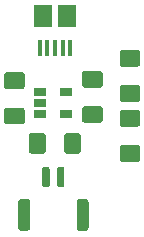
<source format=gbr>
G04 #@! TF.GenerationSoftware,KiCad,Pcbnew,(5.1.5)-3*
G04 #@! TF.CreationDate,2020-11-15T11:03:40+01:00*
G04 #@! TF.ProjectId,Battery Charger,42617474-6572-4792-9043-686172676572,rev?*
G04 #@! TF.SameCoordinates,Original*
G04 #@! TF.FileFunction,Paste,Top*
G04 #@! TF.FilePolarity,Positive*
%FSLAX46Y46*%
G04 Gerber Fmt 4.6, Leading zero omitted, Abs format (unit mm)*
G04 Created by KiCad (PCBNEW (5.1.5)-3) date 2020-11-15 11:03:40*
%MOMM*%
%LPD*%
G04 APERTURE LIST*
%ADD10R,1.500000X1.900000*%
%ADD11R,0.400000X1.350000*%
%ADD12R,1.060000X0.650000*%
%ADD13C,0.100000*%
G04 APERTURE END LIST*
D10*
X76438000Y-79407500D03*
D11*
X75438000Y-82107500D03*
X74788000Y-82107500D03*
X74138000Y-82107500D03*
X76738000Y-82107500D03*
X76088000Y-82107500D03*
D10*
X74438000Y-79407500D03*
D12*
X76411000Y-85791000D03*
X76411000Y-87691000D03*
X74211000Y-87691000D03*
X74211000Y-86741000D03*
X74211000Y-85791000D03*
D13*
G36*
X72658504Y-87136204D02*
G01*
X72682773Y-87139804D01*
X72706571Y-87145765D01*
X72729671Y-87154030D01*
X72751849Y-87164520D01*
X72772893Y-87177133D01*
X72792598Y-87191747D01*
X72810777Y-87208223D01*
X72827253Y-87226402D01*
X72841867Y-87246107D01*
X72854480Y-87267151D01*
X72864970Y-87289329D01*
X72873235Y-87312429D01*
X72879196Y-87336227D01*
X72882796Y-87360496D01*
X72884000Y-87385000D01*
X72884000Y-88310000D01*
X72882796Y-88334504D01*
X72879196Y-88358773D01*
X72873235Y-88382571D01*
X72864970Y-88405671D01*
X72854480Y-88427849D01*
X72841867Y-88448893D01*
X72827253Y-88468598D01*
X72810777Y-88486777D01*
X72792598Y-88503253D01*
X72772893Y-88517867D01*
X72751849Y-88530480D01*
X72729671Y-88540970D01*
X72706571Y-88549235D01*
X72682773Y-88555196D01*
X72658504Y-88558796D01*
X72634000Y-88560000D01*
X71384000Y-88560000D01*
X71359496Y-88558796D01*
X71335227Y-88555196D01*
X71311429Y-88549235D01*
X71288329Y-88540970D01*
X71266151Y-88530480D01*
X71245107Y-88517867D01*
X71225402Y-88503253D01*
X71207223Y-88486777D01*
X71190747Y-88468598D01*
X71176133Y-88448893D01*
X71163520Y-88427849D01*
X71153030Y-88405671D01*
X71144765Y-88382571D01*
X71138804Y-88358773D01*
X71135204Y-88334504D01*
X71134000Y-88310000D01*
X71134000Y-87385000D01*
X71135204Y-87360496D01*
X71138804Y-87336227D01*
X71144765Y-87312429D01*
X71153030Y-87289329D01*
X71163520Y-87267151D01*
X71176133Y-87246107D01*
X71190747Y-87226402D01*
X71207223Y-87208223D01*
X71225402Y-87191747D01*
X71245107Y-87177133D01*
X71266151Y-87164520D01*
X71288329Y-87154030D01*
X71311429Y-87145765D01*
X71335227Y-87139804D01*
X71359496Y-87136204D01*
X71384000Y-87135000D01*
X72634000Y-87135000D01*
X72658504Y-87136204D01*
G37*
G36*
X72658504Y-84161204D02*
G01*
X72682773Y-84164804D01*
X72706571Y-84170765D01*
X72729671Y-84179030D01*
X72751849Y-84189520D01*
X72772893Y-84202133D01*
X72792598Y-84216747D01*
X72810777Y-84233223D01*
X72827253Y-84251402D01*
X72841867Y-84271107D01*
X72854480Y-84292151D01*
X72864970Y-84314329D01*
X72873235Y-84337429D01*
X72879196Y-84361227D01*
X72882796Y-84385496D01*
X72884000Y-84410000D01*
X72884000Y-85335000D01*
X72882796Y-85359504D01*
X72879196Y-85383773D01*
X72873235Y-85407571D01*
X72864970Y-85430671D01*
X72854480Y-85452849D01*
X72841867Y-85473893D01*
X72827253Y-85493598D01*
X72810777Y-85511777D01*
X72792598Y-85528253D01*
X72772893Y-85542867D01*
X72751849Y-85555480D01*
X72729671Y-85565970D01*
X72706571Y-85574235D01*
X72682773Y-85580196D01*
X72658504Y-85583796D01*
X72634000Y-85585000D01*
X71384000Y-85585000D01*
X71359496Y-85583796D01*
X71335227Y-85580196D01*
X71311429Y-85574235D01*
X71288329Y-85565970D01*
X71266151Y-85555480D01*
X71245107Y-85542867D01*
X71225402Y-85528253D01*
X71207223Y-85511777D01*
X71190747Y-85493598D01*
X71176133Y-85473893D01*
X71163520Y-85452849D01*
X71153030Y-85430671D01*
X71144765Y-85407571D01*
X71138804Y-85383773D01*
X71135204Y-85359504D01*
X71134000Y-85335000D01*
X71134000Y-84410000D01*
X71135204Y-84385496D01*
X71138804Y-84361227D01*
X71144765Y-84337429D01*
X71153030Y-84314329D01*
X71163520Y-84292151D01*
X71176133Y-84271107D01*
X71190747Y-84251402D01*
X71207223Y-84233223D01*
X71225402Y-84216747D01*
X71245107Y-84202133D01*
X71266151Y-84189520D01*
X71288329Y-84179030D01*
X71311429Y-84170765D01*
X71335227Y-84164804D01*
X71359496Y-84161204D01*
X71384000Y-84160000D01*
X72634000Y-84160000D01*
X72658504Y-84161204D01*
G37*
G36*
X82437504Y-82256204D02*
G01*
X82461773Y-82259804D01*
X82485571Y-82265765D01*
X82508671Y-82274030D01*
X82530849Y-82284520D01*
X82551893Y-82297133D01*
X82571598Y-82311747D01*
X82589777Y-82328223D01*
X82606253Y-82346402D01*
X82620867Y-82366107D01*
X82633480Y-82387151D01*
X82643970Y-82409329D01*
X82652235Y-82432429D01*
X82658196Y-82456227D01*
X82661796Y-82480496D01*
X82663000Y-82505000D01*
X82663000Y-83430000D01*
X82661796Y-83454504D01*
X82658196Y-83478773D01*
X82652235Y-83502571D01*
X82643970Y-83525671D01*
X82633480Y-83547849D01*
X82620867Y-83568893D01*
X82606253Y-83588598D01*
X82589777Y-83606777D01*
X82571598Y-83623253D01*
X82551893Y-83637867D01*
X82530849Y-83650480D01*
X82508671Y-83660970D01*
X82485571Y-83669235D01*
X82461773Y-83675196D01*
X82437504Y-83678796D01*
X82413000Y-83680000D01*
X81163000Y-83680000D01*
X81138496Y-83678796D01*
X81114227Y-83675196D01*
X81090429Y-83669235D01*
X81067329Y-83660970D01*
X81045151Y-83650480D01*
X81024107Y-83637867D01*
X81004402Y-83623253D01*
X80986223Y-83606777D01*
X80969747Y-83588598D01*
X80955133Y-83568893D01*
X80942520Y-83547849D01*
X80932030Y-83525671D01*
X80923765Y-83502571D01*
X80917804Y-83478773D01*
X80914204Y-83454504D01*
X80913000Y-83430000D01*
X80913000Y-82505000D01*
X80914204Y-82480496D01*
X80917804Y-82456227D01*
X80923765Y-82432429D01*
X80932030Y-82409329D01*
X80942520Y-82387151D01*
X80955133Y-82366107D01*
X80969747Y-82346402D01*
X80986223Y-82328223D01*
X81004402Y-82311747D01*
X81024107Y-82297133D01*
X81045151Y-82284520D01*
X81067329Y-82274030D01*
X81090429Y-82265765D01*
X81114227Y-82259804D01*
X81138496Y-82256204D01*
X81163000Y-82255000D01*
X82413000Y-82255000D01*
X82437504Y-82256204D01*
G37*
G36*
X82437504Y-85231204D02*
G01*
X82461773Y-85234804D01*
X82485571Y-85240765D01*
X82508671Y-85249030D01*
X82530849Y-85259520D01*
X82551893Y-85272133D01*
X82571598Y-85286747D01*
X82589777Y-85303223D01*
X82606253Y-85321402D01*
X82620867Y-85341107D01*
X82633480Y-85362151D01*
X82643970Y-85384329D01*
X82652235Y-85407429D01*
X82658196Y-85431227D01*
X82661796Y-85455496D01*
X82663000Y-85480000D01*
X82663000Y-86405000D01*
X82661796Y-86429504D01*
X82658196Y-86453773D01*
X82652235Y-86477571D01*
X82643970Y-86500671D01*
X82633480Y-86522849D01*
X82620867Y-86543893D01*
X82606253Y-86563598D01*
X82589777Y-86581777D01*
X82571598Y-86598253D01*
X82551893Y-86612867D01*
X82530849Y-86625480D01*
X82508671Y-86635970D01*
X82485571Y-86644235D01*
X82461773Y-86650196D01*
X82437504Y-86653796D01*
X82413000Y-86655000D01*
X81163000Y-86655000D01*
X81138496Y-86653796D01*
X81114227Y-86650196D01*
X81090429Y-86644235D01*
X81067329Y-86635970D01*
X81045151Y-86625480D01*
X81024107Y-86612867D01*
X81004402Y-86598253D01*
X80986223Y-86581777D01*
X80969747Y-86563598D01*
X80955133Y-86543893D01*
X80942520Y-86522849D01*
X80932030Y-86500671D01*
X80923765Y-86477571D01*
X80917804Y-86453773D01*
X80914204Y-86429504D01*
X80913000Y-86405000D01*
X80913000Y-85480000D01*
X80914204Y-85455496D01*
X80917804Y-85431227D01*
X80923765Y-85407429D01*
X80932030Y-85384329D01*
X80942520Y-85362151D01*
X80955133Y-85341107D01*
X80969747Y-85321402D01*
X80986223Y-85303223D01*
X81004402Y-85286747D01*
X81024107Y-85272133D01*
X81045151Y-85259520D01*
X81067329Y-85249030D01*
X81090429Y-85240765D01*
X81114227Y-85234804D01*
X81138496Y-85231204D01*
X81163000Y-85230000D01*
X82413000Y-85230000D01*
X82437504Y-85231204D01*
G37*
G36*
X78060504Y-94870204D02*
G01*
X78084773Y-94873804D01*
X78108571Y-94879765D01*
X78131671Y-94888030D01*
X78153849Y-94898520D01*
X78174893Y-94911133D01*
X78194598Y-94925747D01*
X78212777Y-94942223D01*
X78229253Y-94960402D01*
X78243867Y-94980107D01*
X78256480Y-95001151D01*
X78266970Y-95023329D01*
X78275235Y-95046429D01*
X78281196Y-95070227D01*
X78284796Y-95094496D01*
X78286000Y-95119000D01*
X78286000Y-97319000D01*
X78284796Y-97343504D01*
X78281196Y-97367773D01*
X78275235Y-97391571D01*
X78266970Y-97414671D01*
X78256480Y-97436849D01*
X78243867Y-97457893D01*
X78229253Y-97477598D01*
X78212777Y-97495777D01*
X78194598Y-97512253D01*
X78174893Y-97526867D01*
X78153849Y-97539480D01*
X78131671Y-97549970D01*
X78108571Y-97558235D01*
X78084773Y-97564196D01*
X78060504Y-97567796D01*
X78036000Y-97569000D01*
X77536000Y-97569000D01*
X77511496Y-97567796D01*
X77487227Y-97564196D01*
X77463429Y-97558235D01*
X77440329Y-97549970D01*
X77418151Y-97539480D01*
X77397107Y-97526867D01*
X77377402Y-97512253D01*
X77359223Y-97495777D01*
X77342747Y-97477598D01*
X77328133Y-97457893D01*
X77315520Y-97436849D01*
X77305030Y-97414671D01*
X77296765Y-97391571D01*
X77290804Y-97367773D01*
X77287204Y-97343504D01*
X77286000Y-97319000D01*
X77286000Y-95119000D01*
X77287204Y-95094496D01*
X77290804Y-95070227D01*
X77296765Y-95046429D01*
X77305030Y-95023329D01*
X77315520Y-95001151D01*
X77328133Y-94980107D01*
X77342747Y-94960402D01*
X77359223Y-94942223D01*
X77377402Y-94925747D01*
X77397107Y-94911133D01*
X77418151Y-94898520D01*
X77440329Y-94888030D01*
X77463429Y-94879765D01*
X77487227Y-94873804D01*
X77511496Y-94870204D01*
X77536000Y-94869000D01*
X78036000Y-94869000D01*
X78060504Y-94870204D01*
G37*
G36*
X73110504Y-94870204D02*
G01*
X73134773Y-94873804D01*
X73158571Y-94879765D01*
X73181671Y-94888030D01*
X73203849Y-94898520D01*
X73224893Y-94911133D01*
X73244598Y-94925747D01*
X73262777Y-94942223D01*
X73279253Y-94960402D01*
X73293867Y-94980107D01*
X73306480Y-95001151D01*
X73316970Y-95023329D01*
X73325235Y-95046429D01*
X73331196Y-95070227D01*
X73334796Y-95094496D01*
X73336000Y-95119000D01*
X73336000Y-97319000D01*
X73334796Y-97343504D01*
X73331196Y-97367773D01*
X73325235Y-97391571D01*
X73316970Y-97414671D01*
X73306480Y-97436849D01*
X73293867Y-97457893D01*
X73279253Y-97477598D01*
X73262777Y-97495777D01*
X73244598Y-97512253D01*
X73224893Y-97526867D01*
X73203849Y-97539480D01*
X73181671Y-97549970D01*
X73158571Y-97558235D01*
X73134773Y-97564196D01*
X73110504Y-97567796D01*
X73086000Y-97569000D01*
X72586000Y-97569000D01*
X72561496Y-97567796D01*
X72537227Y-97564196D01*
X72513429Y-97558235D01*
X72490329Y-97549970D01*
X72468151Y-97539480D01*
X72447107Y-97526867D01*
X72427402Y-97512253D01*
X72409223Y-97495777D01*
X72392747Y-97477598D01*
X72378133Y-97457893D01*
X72365520Y-97436849D01*
X72355030Y-97414671D01*
X72346765Y-97391571D01*
X72340804Y-97367773D01*
X72337204Y-97343504D01*
X72336000Y-97319000D01*
X72336000Y-95119000D01*
X72337204Y-95094496D01*
X72340804Y-95070227D01*
X72346765Y-95046429D01*
X72355030Y-95023329D01*
X72365520Y-95001151D01*
X72378133Y-94980107D01*
X72392747Y-94960402D01*
X72409223Y-94942223D01*
X72427402Y-94925747D01*
X72447107Y-94911133D01*
X72468151Y-94898520D01*
X72490329Y-94888030D01*
X72513429Y-94879765D01*
X72537227Y-94873804D01*
X72561496Y-94870204D01*
X72586000Y-94869000D01*
X73086000Y-94869000D01*
X73110504Y-94870204D01*
G37*
G36*
X76100703Y-92169722D02*
G01*
X76115264Y-92171882D01*
X76129543Y-92175459D01*
X76143403Y-92180418D01*
X76156710Y-92186712D01*
X76169336Y-92194280D01*
X76181159Y-92203048D01*
X76192066Y-92212934D01*
X76201952Y-92223841D01*
X76210720Y-92235664D01*
X76218288Y-92248290D01*
X76224582Y-92261597D01*
X76229541Y-92275457D01*
X76233118Y-92289736D01*
X76235278Y-92304297D01*
X76236000Y-92319000D01*
X76236000Y-93719000D01*
X76235278Y-93733703D01*
X76233118Y-93748264D01*
X76229541Y-93762543D01*
X76224582Y-93776403D01*
X76218288Y-93789710D01*
X76210720Y-93802336D01*
X76201952Y-93814159D01*
X76192066Y-93825066D01*
X76181159Y-93834952D01*
X76169336Y-93843720D01*
X76156710Y-93851288D01*
X76143403Y-93857582D01*
X76129543Y-93862541D01*
X76115264Y-93866118D01*
X76100703Y-93868278D01*
X76086000Y-93869000D01*
X75786000Y-93869000D01*
X75771297Y-93868278D01*
X75756736Y-93866118D01*
X75742457Y-93862541D01*
X75728597Y-93857582D01*
X75715290Y-93851288D01*
X75702664Y-93843720D01*
X75690841Y-93834952D01*
X75679934Y-93825066D01*
X75670048Y-93814159D01*
X75661280Y-93802336D01*
X75653712Y-93789710D01*
X75647418Y-93776403D01*
X75642459Y-93762543D01*
X75638882Y-93748264D01*
X75636722Y-93733703D01*
X75636000Y-93719000D01*
X75636000Y-92319000D01*
X75636722Y-92304297D01*
X75638882Y-92289736D01*
X75642459Y-92275457D01*
X75647418Y-92261597D01*
X75653712Y-92248290D01*
X75661280Y-92235664D01*
X75670048Y-92223841D01*
X75679934Y-92212934D01*
X75690841Y-92203048D01*
X75702664Y-92194280D01*
X75715290Y-92186712D01*
X75728597Y-92180418D01*
X75742457Y-92175459D01*
X75756736Y-92171882D01*
X75771297Y-92169722D01*
X75786000Y-92169000D01*
X76086000Y-92169000D01*
X76100703Y-92169722D01*
G37*
G36*
X74850703Y-92169722D02*
G01*
X74865264Y-92171882D01*
X74879543Y-92175459D01*
X74893403Y-92180418D01*
X74906710Y-92186712D01*
X74919336Y-92194280D01*
X74931159Y-92203048D01*
X74942066Y-92212934D01*
X74951952Y-92223841D01*
X74960720Y-92235664D01*
X74968288Y-92248290D01*
X74974582Y-92261597D01*
X74979541Y-92275457D01*
X74983118Y-92289736D01*
X74985278Y-92304297D01*
X74986000Y-92319000D01*
X74986000Y-93719000D01*
X74985278Y-93733703D01*
X74983118Y-93748264D01*
X74979541Y-93762543D01*
X74974582Y-93776403D01*
X74968288Y-93789710D01*
X74960720Y-93802336D01*
X74951952Y-93814159D01*
X74942066Y-93825066D01*
X74931159Y-93834952D01*
X74919336Y-93843720D01*
X74906710Y-93851288D01*
X74893403Y-93857582D01*
X74879543Y-93862541D01*
X74865264Y-93866118D01*
X74850703Y-93868278D01*
X74836000Y-93869000D01*
X74536000Y-93869000D01*
X74521297Y-93868278D01*
X74506736Y-93866118D01*
X74492457Y-93862541D01*
X74478597Y-93857582D01*
X74465290Y-93851288D01*
X74452664Y-93843720D01*
X74440841Y-93834952D01*
X74429934Y-93825066D01*
X74420048Y-93814159D01*
X74411280Y-93802336D01*
X74403712Y-93789710D01*
X74397418Y-93776403D01*
X74392459Y-93762543D01*
X74388882Y-93748264D01*
X74386722Y-93733703D01*
X74386000Y-93719000D01*
X74386000Y-92319000D01*
X74386722Y-92304297D01*
X74388882Y-92289736D01*
X74392459Y-92275457D01*
X74397418Y-92261597D01*
X74403712Y-92248290D01*
X74411280Y-92235664D01*
X74420048Y-92223841D01*
X74429934Y-92212934D01*
X74440841Y-92203048D01*
X74452664Y-92194280D01*
X74465290Y-92186712D01*
X74478597Y-92180418D01*
X74492457Y-92175459D01*
X74506736Y-92171882D01*
X74521297Y-92169722D01*
X74536000Y-92169000D01*
X74836000Y-92169000D01*
X74850703Y-92169722D01*
G37*
G36*
X82437504Y-90311204D02*
G01*
X82461773Y-90314804D01*
X82485571Y-90320765D01*
X82508671Y-90329030D01*
X82530849Y-90339520D01*
X82551893Y-90352133D01*
X82571598Y-90366747D01*
X82589777Y-90383223D01*
X82606253Y-90401402D01*
X82620867Y-90421107D01*
X82633480Y-90442151D01*
X82643970Y-90464329D01*
X82652235Y-90487429D01*
X82658196Y-90511227D01*
X82661796Y-90535496D01*
X82663000Y-90560000D01*
X82663000Y-91485000D01*
X82661796Y-91509504D01*
X82658196Y-91533773D01*
X82652235Y-91557571D01*
X82643970Y-91580671D01*
X82633480Y-91602849D01*
X82620867Y-91623893D01*
X82606253Y-91643598D01*
X82589777Y-91661777D01*
X82571598Y-91678253D01*
X82551893Y-91692867D01*
X82530849Y-91705480D01*
X82508671Y-91715970D01*
X82485571Y-91724235D01*
X82461773Y-91730196D01*
X82437504Y-91733796D01*
X82413000Y-91735000D01*
X81163000Y-91735000D01*
X81138496Y-91733796D01*
X81114227Y-91730196D01*
X81090429Y-91724235D01*
X81067329Y-91715970D01*
X81045151Y-91705480D01*
X81024107Y-91692867D01*
X81004402Y-91678253D01*
X80986223Y-91661777D01*
X80969747Y-91643598D01*
X80955133Y-91623893D01*
X80942520Y-91602849D01*
X80932030Y-91580671D01*
X80923765Y-91557571D01*
X80917804Y-91533773D01*
X80914204Y-91509504D01*
X80913000Y-91485000D01*
X80913000Y-90560000D01*
X80914204Y-90535496D01*
X80917804Y-90511227D01*
X80923765Y-90487429D01*
X80932030Y-90464329D01*
X80942520Y-90442151D01*
X80955133Y-90421107D01*
X80969747Y-90401402D01*
X80986223Y-90383223D01*
X81004402Y-90366747D01*
X81024107Y-90352133D01*
X81045151Y-90339520D01*
X81067329Y-90329030D01*
X81090429Y-90320765D01*
X81114227Y-90314804D01*
X81138496Y-90311204D01*
X81163000Y-90310000D01*
X82413000Y-90310000D01*
X82437504Y-90311204D01*
G37*
G36*
X82437504Y-87336204D02*
G01*
X82461773Y-87339804D01*
X82485571Y-87345765D01*
X82508671Y-87354030D01*
X82530849Y-87364520D01*
X82551893Y-87377133D01*
X82571598Y-87391747D01*
X82589777Y-87408223D01*
X82606253Y-87426402D01*
X82620867Y-87446107D01*
X82633480Y-87467151D01*
X82643970Y-87489329D01*
X82652235Y-87512429D01*
X82658196Y-87536227D01*
X82661796Y-87560496D01*
X82663000Y-87585000D01*
X82663000Y-88510000D01*
X82661796Y-88534504D01*
X82658196Y-88558773D01*
X82652235Y-88582571D01*
X82643970Y-88605671D01*
X82633480Y-88627849D01*
X82620867Y-88648893D01*
X82606253Y-88668598D01*
X82589777Y-88686777D01*
X82571598Y-88703253D01*
X82551893Y-88717867D01*
X82530849Y-88730480D01*
X82508671Y-88740970D01*
X82485571Y-88749235D01*
X82461773Y-88755196D01*
X82437504Y-88758796D01*
X82413000Y-88760000D01*
X81163000Y-88760000D01*
X81138496Y-88758796D01*
X81114227Y-88755196D01*
X81090429Y-88749235D01*
X81067329Y-88740970D01*
X81045151Y-88730480D01*
X81024107Y-88717867D01*
X81004402Y-88703253D01*
X80986223Y-88686777D01*
X80969747Y-88668598D01*
X80955133Y-88648893D01*
X80942520Y-88627849D01*
X80932030Y-88605671D01*
X80923765Y-88582571D01*
X80917804Y-88558773D01*
X80914204Y-88534504D01*
X80913000Y-88510000D01*
X80913000Y-87585000D01*
X80914204Y-87560496D01*
X80917804Y-87536227D01*
X80923765Y-87512429D01*
X80932030Y-87489329D01*
X80942520Y-87467151D01*
X80955133Y-87446107D01*
X80969747Y-87426402D01*
X80986223Y-87408223D01*
X81004402Y-87391747D01*
X81024107Y-87377133D01*
X81045151Y-87364520D01*
X81067329Y-87354030D01*
X81090429Y-87345765D01*
X81114227Y-87339804D01*
X81138496Y-87336204D01*
X81163000Y-87335000D01*
X82413000Y-87335000D01*
X82437504Y-87336204D01*
G37*
G36*
X77412504Y-89296204D02*
G01*
X77436773Y-89299804D01*
X77460571Y-89305765D01*
X77483671Y-89314030D01*
X77505849Y-89324520D01*
X77526893Y-89337133D01*
X77546598Y-89351747D01*
X77564777Y-89368223D01*
X77581253Y-89386402D01*
X77595867Y-89406107D01*
X77608480Y-89427151D01*
X77618970Y-89449329D01*
X77627235Y-89472429D01*
X77633196Y-89496227D01*
X77636796Y-89520496D01*
X77638000Y-89545000D01*
X77638000Y-90795000D01*
X77636796Y-90819504D01*
X77633196Y-90843773D01*
X77627235Y-90867571D01*
X77618970Y-90890671D01*
X77608480Y-90912849D01*
X77595867Y-90933893D01*
X77581253Y-90953598D01*
X77564777Y-90971777D01*
X77546598Y-90988253D01*
X77526893Y-91002867D01*
X77505849Y-91015480D01*
X77483671Y-91025970D01*
X77460571Y-91034235D01*
X77436773Y-91040196D01*
X77412504Y-91043796D01*
X77388000Y-91045000D01*
X76463000Y-91045000D01*
X76438496Y-91043796D01*
X76414227Y-91040196D01*
X76390429Y-91034235D01*
X76367329Y-91025970D01*
X76345151Y-91015480D01*
X76324107Y-91002867D01*
X76304402Y-90988253D01*
X76286223Y-90971777D01*
X76269747Y-90953598D01*
X76255133Y-90933893D01*
X76242520Y-90912849D01*
X76232030Y-90890671D01*
X76223765Y-90867571D01*
X76217804Y-90843773D01*
X76214204Y-90819504D01*
X76213000Y-90795000D01*
X76213000Y-89545000D01*
X76214204Y-89520496D01*
X76217804Y-89496227D01*
X76223765Y-89472429D01*
X76232030Y-89449329D01*
X76242520Y-89427151D01*
X76255133Y-89406107D01*
X76269747Y-89386402D01*
X76286223Y-89368223D01*
X76304402Y-89351747D01*
X76324107Y-89337133D01*
X76345151Y-89324520D01*
X76367329Y-89314030D01*
X76390429Y-89305765D01*
X76414227Y-89299804D01*
X76438496Y-89296204D01*
X76463000Y-89295000D01*
X77388000Y-89295000D01*
X77412504Y-89296204D01*
G37*
G36*
X74437504Y-89296204D02*
G01*
X74461773Y-89299804D01*
X74485571Y-89305765D01*
X74508671Y-89314030D01*
X74530849Y-89324520D01*
X74551893Y-89337133D01*
X74571598Y-89351747D01*
X74589777Y-89368223D01*
X74606253Y-89386402D01*
X74620867Y-89406107D01*
X74633480Y-89427151D01*
X74643970Y-89449329D01*
X74652235Y-89472429D01*
X74658196Y-89496227D01*
X74661796Y-89520496D01*
X74663000Y-89545000D01*
X74663000Y-90795000D01*
X74661796Y-90819504D01*
X74658196Y-90843773D01*
X74652235Y-90867571D01*
X74643970Y-90890671D01*
X74633480Y-90912849D01*
X74620867Y-90933893D01*
X74606253Y-90953598D01*
X74589777Y-90971777D01*
X74571598Y-90988253D01*
X74551893Y-91002867D01*
X74530849Y-91015480D01*
X74508671Y-91025970D01*
X74485571Y-91034235D01*
X74461773Y-91040196D01*
X74437504Y-91043796D01*
X74413000Y-91045000D01*
X73488000Y-91045000D01*
X73463496Y-91043796D01*
X73439227Y-91040196D01*
X73415429Y-91034235D01*
X73392329Y-91025970D01*
X73370151Y-91015480D01*
X73349107Y-91002867D01*
X73329402Y-90988253D01*
X73311223Y-90971777D01*
X73294747Y-90953598D01*
X73280133Y-90933893D01*
X73267520Y-90912849D01*
X73257030Y-90890671D01*
X73248765Y-90867571D01*
X73242804Y-90843773D01*
X73239204Y-90819504D01*
X73238000Y-90795000D01*
X73238000Y-89545000D01*
X73239204Y-89520496D01*
X73242804Y-89496227D01*
X73248765Y-89472429D01*
X73257030Y-89449329D01*
X73267520Y-89427151D01*
X73280133Y-89406107D01*
X73294747Y-89386402D01*
X73311223Y-89368223D01*
X73329402Y-89351747D01*
X73349107Y-89337133D01*
X73370151Y-89324520D01*
X73392329Y-89314030D01*
X73415429Y-89305765D01*
X73439227Y-89299804D01*
X73463496Y-89296204D01*
X73488000Y-89295000D01*
X74413000Y-89295000D01*
X74437504Y-89296204D01*
G37*
G36*
X79262504Y-84034204D02*
G01*
X79286773Y-84037804D01*
X79310571Y-84043765D01*
X79333671Y-84052030D01*
X79355849Y-84062520D01*
X79376893Y-84075133D01*
X79396598Y-84089747D01*
X79414777Y-84106223D01*
X79431253Y-84124402D01*
X79445867Y-84144107D01*
X79458480Y-84165151D01*
X79468970Y-84187329D01*
X79477235Y-84210429D01*
X79483196Y-84234227D01*
X79486796Y-84258496D01*
X79488000Y-84283000D01*
X79488000Y-85208000D01*
X79486796Y-85232504D01*
X79483196Y-85256773D01*
X79477235Y-85280571D01*
X79468970Y-85303671D01*
X79458480Y-85325849D01*
X79445867Y-85346893D01*
X79431253Y-85366598D01*
X79414777Y-85384777D01*
X79396598Y-85401253D01*
X79376893Y-85415867D01*
X79355849Y-85428480D01*
X79333671Y-85438970D01*
X79310571Y-85447235D01*
X79286773Y-85453196D01*
X79262504Y-85456796D01*
X79238000Y-85458000D01*
X77988000Y-85458000D01*
X77963496Y-85456796D01*
X77939227Y-85453196D01*
X77915429Y-85447235D01*
X77892329Y-85438970D01*
X77870151Y-85428480D01*
X77849107Y-85415867D01*
X77829402Y-85401253D01*
X77811223Y-85384777D01*
X77794747Y-85366598D01*
X77780133Y-85346893D01*
X77767520Y-85325849D01*
X77757030Y-85303671D01*
X77748765Y-85280571D01*
X77742804Y-85256773D01*
X77739204Y-85232504D01*
X77738000Y-85208000D01*
X77738000Y-84283000D01*
X77739204Y-84258496D01*
X77742804Y-84234227D01*
X77748765Y-84210429D01*
X77757030Y-84187329D01*
X77767520Y-84165151D01*
X77780133Y-84144107D01*
X77794747Y-84124402D01*
X77811223Y-84106223D01*
X77829402Y-84089747D01*
X77849107Y-84075133D01*
X77870151Y-84062520D01*
X77892329Y-84052030D01*
X77915429Y-84043765D01*
X77939227Y-84037804D01*
X77963496Y-84034204D01*
X77988000Y-84033000D01*
X79238000Y-84033000D01*
X79262504Y-84034204D01*
G37*
G36*
X79262504Y-87009204D02*
G01*
X79286773Y-87012804D01*
X79310571Y-87018765D01*
X79333671Y-87027030D01*
X79355849Y-87037520D01*
X79376893Y-87050133D01*
X79396598Y-87064747D01*
X79414777Y-87081223D01*
X79431253Y-87099402D01*
X79445867Y-87119107D01*
X79458480Y-87140151D01*
X79468970Y-87162329D01*
X79477235Y-87185429D01*
X79483196Y-87209227D01*
X79486796Y-87233496D01*
X79488000Y-87258000D01*
X79488000Y-88183000D01*
X79486796Y-88207504D01*
X79483196Y-88231773D01*
X79477235Y-88255571D01*
X79468970Y-88278671D01*
X79458480Y-88300849D01*
X79445867Y-88321893D01*
X79431253Y-88341598D01*
X79414777Y-88359777D01*
X79396598Y-88376253D01*
X79376893Y-88390867D01*
X79355849Y-88403480D01*
X79333671Y-88413970D01*
X79310571Y-88422235D01*
X79286773Y-88428196D01*
X79262504Y-88431796D01*
X79238000Y-88433000D01*
X77988000Y-88433000D01*
X77963496Y-88431796D01*
X77939227Y-88428196D01*
X77915429Y-88422235D01*
X77892329Y-88413970D01*
X77870151Y-88403480D01*
X77849107Y-88390867D01*
X77829402Y-88376253D01*
X77811223Y-88359777D01*
X77794747Y-88341598D01*
X77780133Y-88321893D01*
X77767520Y-88300849D01*
X77757030Y-88278671D01*
X77748765Y-88255571D01*
X77742804Y-88231773D01*
X77739204Y-88207504D01*
X77738000Y-88183000D01*
X77738000Y-87258000D01*
X77739204Y-87233496D01*
X77742804Y-87209227D01*
X77748765Y-87185429D01*
X77757030Y-87162329D01*
X77767520Y-87140151D01*
X77780133Y-87119107D01*
X77794747Y-87099402D01*
X77811223Y-87081223D01*
X77829402Y-87064747D01*
X77849107Y-87050133D01*
X77870151Y-87037520D01*
X77892329Y-87027030D01*
X77915429Y-87018765D01*
X77939227Y-87012804D01*
X77963496Y-87009204D01*
X77988000Y-87008000D01*
X79238000Y-87008000D01*
X79262504Y-87009204D01*
G37*
M02*

</source>
